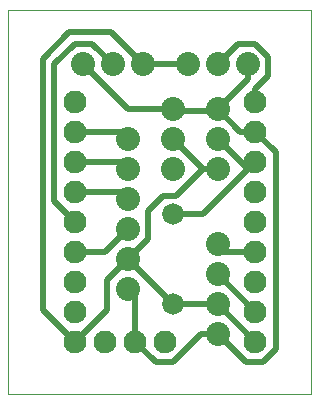
<source format=gbr>
G04 EAGLE Gerber X2 export*
%TF.Part,Single*%
%TF.FileFunction,Copper,L1,Bot,Mixed*%
%TF.FilePolarity,Positive*%
%TF.GenerationSoftware,Autodesk,EAGLE,9.5.0*%
%TF.CreationDate,2019-11-14T23:53:21Z*%
G75*
%MOIN*%
%FSLAX34Y34*%
%LPD*%
%INa06_username_copper*%
%AMOC8*
5,1,8,0,0,1.08239X$1,22.5*%
G01*
%ADD10C,0.000000*%
%ADD11C,0.080000*%
%ADD12C,0.072000*%
%ADD13C,0.076000*%
%ADD14C,0.020000*%


D10*
X0Y0D02*
X10100Y0D01*
X10100Y12820D01*
X0Y12820D01*
X0Y0D01*
D11*
X4500Y11000D03*
X3500Y11000D03*
X2500Y11000D03*
X4000Y8500D03*
X4000Y7500D03*
X4000Y6500D03*
X4000Y5500D03*
X4000Y4500D03*
X4000Y3500D03*
D12*
X5500Y6000D03*
X5500Y3000D03*
D11*
X6000Y11000D03*
X7000Y11000D03*
X8000Y11000D03*
X7000Y9500D03*
X7000Y8500D03*
X7000Y7500D03*
D13*
X8250Y1750D03*
X8250Y2750D03*
X8250Y3750D03*
X5250Y1750D03*
X4250Y1750D03*
X3250Y1750D03*
X2250Y1750D03*
X2250Y2750D03*
X2250Y3750D03*
X2250Y4750D03*
X2250Y5750D03*
X2250Y6750D03*
X2250Y7750D03*
X2250Y8750D03*
X2250Y9750D03*
X8250Y4750D03*
X8250Y5750D03*
X8250Y6750D03*
X8250Y7750D03*
X8250Y8750D03*
X8250Y9750D03*
D11*
X5500Y7500D03*
X5500Y8500D03*
X5500Y9500D03*
X7000Y2000D03*
X7000Y3000D03*
X7000Y4000D03*
X7000Y5000D03*
D14*
X2250Y5750D02*
X1563Y6438D01*
X1563Y11000D01*
X2250Y11688D01*
X2813Y11688D01*
X3500Y11000D01*
X3750Y8750D02*
X2250Y8750D01*
X3750Y8750D02*
X4000Y8500D01*
X3750Y6750D02*
X2250Y6750D01*
X3750Y6750D02*
X4000Y6500D01*
X3750Y7750D02*
X2250Y7750D01*
X3750Y7750D02*
X4000Y7500D01*
X7250Y4750D02*
X8250Y4750D01*
X7250Y4750D02*
X7000Y5000D01*
X4250Y3250D02*
X4250Y1750D01*
X4250Y3250D02*
X4000Y3500D01*
X6438Y2000D02*
X7000Y2000D01*
X6438Y2000D02*
X5500Y1063D01*
X4938Y1063D01*
X4250Y1750D01*
X7750Y8750D02*
X8250Y8750D01*
X7750Y8750D02*
X7000Y9500D01*
X8000Y10500D02*
X8000Y11000D01*
X8000Y10500D02*
X7000Y9500D01*
X4000Y9500D02*
X2500Y11000D01*
X4000Y9500D02*
X5500Y9500D01*
X5563Y9438D02*
X6938Y9438D01*
X7000Y9500D01*
X5563Y9438D02*
X5500Y9500D01*
X7000Y2000D02*
X7938Y1063D01*
X8500Y1063D01*
X8938Y1500D01*
X8938Y8063D01*
X8250Y8750D01*
X7000Y3000D02*
X5500Y3000D01*
X7000Y3000D02*
X8250Y1750D01*
X7000Y7500D02*
X6500Y7500D01*
X5500Y8500D01*
X6000Y11000D02*
X4500Y11000D01*
X3313Y2813D02*
X2250Y1750D01*
X3313Y2813D02*
X3313Y3813D01*
X4000Y4500D01*
X4500Y11000D02*
X3438Y12063D01*
X2063Y12063D01*
X1188Y11188D01*
X1188Y2813D01*
X2250Y1750D01*
X5625Y6625D02*
X6500Y7500D01*
X5625Y6625D02*
X5188Y6625D01*
X4688Y6125D01*
X4688Y5188D01*
X4000Y4500D01*
X5500Y3000D01*
X7000Y4000D02*
X8250Y2750D01*
X6500Y6000D02*
X5500Y6000D01*
X6500Y6000D02*
X8250Y7750D01*
X7938Y7563D02*
X7000Y8500D01*
X7938Y7563D02*
X8250Y7750D01*
X3250Y4750D02*
X2250Y4750D01*
X3250Y4750D02*
X4000Y5500D01*
X8250Y9750D02*
X8250Y10188D01*
X8688Y10625D01*
X8688Y11250D01*
X8250Y11688D01*
X7688Y11688D01*
X7000Y11000D01*
M02*

</source>
